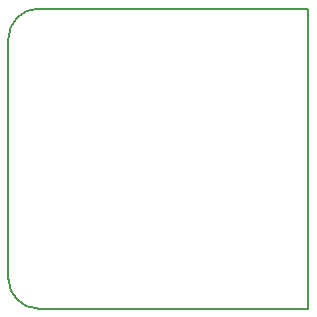
<source format=gm1>
G04 #@! TF.FileFunction,Profile,NP*
%FSLAX46Y46*%
G04 Gerber Fmt 4.6, Leading zero omitted, Abs format (unit mm)*
G04 Created by KiCad (PCBNEW 4.0.2-4+6225~38~ubuntu15.10.1-stable) date Sat 19 Mar 2016 20:36:07 GMT*
%MOMM*%
G01*
G04 APERTURE LIST*
%ADD10C,0.100000*%
%ADD11C,0.150000*%
G04 APERTURE END LIST*
D10*
D11*
X124460000Y-124460000D02*
X125730000Y-124460000D01*
X121920000Y-101600000D02*
X121920000Y-121920000D01*
X124460000Y-99060000D02*
X147320000Y-99060000D01*
X124460000Y-99060000D02*
G75*
G03X121920000Y-101600000I0J-2540000D01*
G01*
X121920000Y-121920000D02*
G75*
G03X124460000Y-124460000I2540000J0D01*
G01*
X147320000Y-124460000D02*
X125730000Y-124460000D01*
X147320000Y-99060000D02*
X147320000Y-124460000D01*
M02*

</source>
